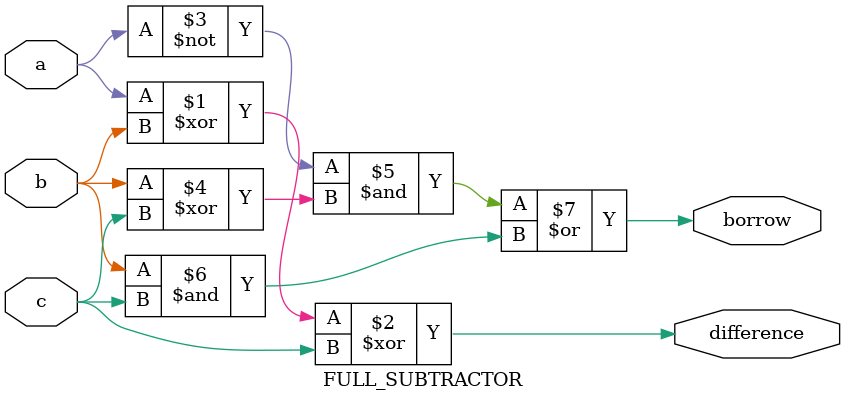
<source format=v>
module FULL_SUBTRACTOR(a,b,c,difference,borrow); 
input a,b,c; 
output difference,borrow; 
assign difference=(a^b^c); 
assign borrow=(~a&(b^c)|(b&c)); 
endmodule
</source>
